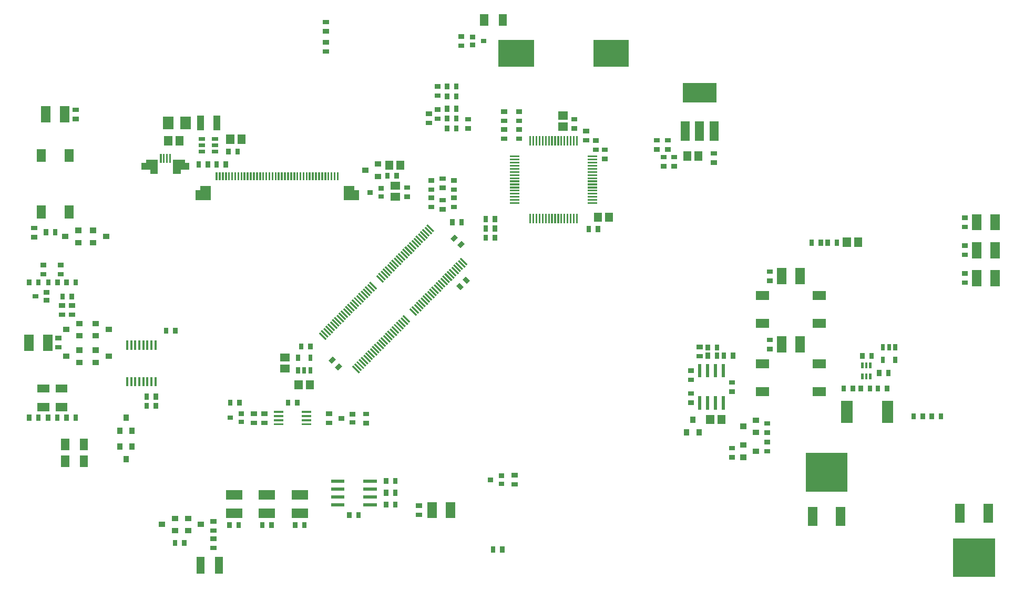
<source format=gbr>
G04 start of page 11 for group -4015 idx -4015 *
G04 Title: Power Board, toppaste *
G04 Creator: pcb 1.99z *
G04 CreationDate: Sun 28 Jul 2013 20:14:53 GMT UTC *
G04 For: rbarlow *
G04 Format: Gerber/RS-274X *
G04 PCB-Dimensions (mm): 166.00 100.00 *
G04 PCB-Coordinate-Origin: lower left *
%MOMM*%
%FSLAX43Y43*%
%LNTOPPASTE*%
%ADD267R,0.719X0.719*%
%ADD266R,0.700X0.700*%
%ADD265R,1.100X1.100*%
%ADD264R,0.500X0.500*%
%ADD263R,1.753X1.753*%
%ADD262R,0.381X0.381*%
%ADD261R,0.610X0.610*%
%ADD260R,1.800X1.800*%
%ADD259C,0.002*%
%ADD258R,1.400X1.400*%
%ADD257R,0.508X0.508*%
%ADD256R,4.300X4.300*%
%ADD255R,3.099X3.099*%
%ADD254R,1.422X1.422*%
%ADD253R,1.100X1.100*%
%ADD252R,6.230X6.230*%
%ADD251R,0.737X0.737*%
%ADD250R,1.524X1.524*%
%ADD249R,0.864X0.864*%
%ADD248R,1.600X1.600*%
%ADD247R,0.800X0.800*%
%ADD246R,0.300X0.300*%
%ADD245R,0.330X0.330*%
%ADD244R,0.280X0.280*%
%ADD243R,1.300X1.300*%
%ADD242R,0.719X0.719*%
G54D242*X52077Y89118D02*X52323D01*
X52077Y90600D02*X52323D01*
X123577Y41159D02*X123823D01*
X123577Y42641D02*X123823D01*
X26459Y44223D02*Y43977D01*
X27941Y44223D02*Y43977D01*
X92077Y78182D02*X92323D01*
X92077Y76700D02*X92323D01*
X10400Y30223D02*Y29977D01*
X11882Y30223D02*Y29977D01*
G54D243*X36800Y75100D02*Y74900D01*
X38600Y75100D02*Y74900D01*
G54D242*X40477Y30741D02*X40723D01*
X40477Y29259D02*X40723D01*
X108177Y72100D02*X108423D01*
X108177Y70618D02*X108423D01*
X6577Y53200D02*X6823D01*
X6577Y54682D02*X6823D01*
X151282Y30423D02*Y30177D01*
X149800Y30423D02*Y30177D01*
G54D244*X92620Y75342D02*Y74098D01*
X92120Y75342D02*Y74098D01*
X91620Y75342D02*Y74098D01*
X91120Y75342D02*Y74098D01*
X90620Y75342D02*Y74098D01*
X90120Y75342D02*Y74098D01*
X89620Y75342D02*Y74098D01*
X89120Y75342D02*Y74098D01*
X88620Y75342D02*Y74098D01*
X88120Y75342D02*Y74098D01*
X87620Y75342D02*Y74098D01*
X87120Y75342D02*Y74098D01*
X86620Y75342D02*Y74098D01*
X86120Y75342D02*Y74098D01*
X85620Y75342D02*Y74098D01*
X85120Y75342D02*Y74098D01*
X81978Y72200D02*X83222D01*
X81978Y71700D02*X83222D01*
X81978Y71200D02*X83222D01*
X81978Y70700D02*X83222D01*
X81978Y70200D02*X83222D01*
X81978Y69700D02*X83222D01*
X81978Y69200D02*X83222D01*
X81978Y68700D02*X83222D01*
X81978Y68200D02*X83222D01*
X81978Y67700D02*X83222D01*
X81978Y67200D02*X83222D01*
X81978Y66700D02*X83222D01*
X81978Y66200D02*X83222D01*
X81978Y65700D02*X83222D01*
X81978Y65200D02*X83222D01*
X81978Y64700D02*X83222D01*
X85120Y62802D02*Y61558D01*
X85620Y62802D02*Y61558D01*
X86120Y62802D02*Y61558D01*
X86620Y62802D02*Y61558D01*
X87120Y62802D02*Y61558D01*
X87620Y62802D02*Y61558D01*
X88120Y62802D02*Y61558D01*
X88620Y62802D02*Y61558D01*
X89120Y62802D02*Y61558D01*
X89620Y62802D02*Y61558D01*
X90120Y62802D02*Y61558D01*
X90620Y62802D02*Y61558D01*
X91120Y62802D02*Y61558D01*
X91620Y62802D02*Y61558D01*
X92120Y62802D02*Y61558D01*
X92620Y62802D02*Y61558D01*
X94518Y64701D02*X95762D01*
X94518Y65200D02*X95762D01*
X94518Y65700D02*X95762D01*
X94518Y66200D02*X95762D01*
X94518Y66700D02*X95762D01*
X94518Y67200D02*X95762D01*
X94518Y67700D02*X95762D01*
X94518Y68200D02*X95762D01*
X94518Y68700D02*X95762D01*
X94518Y69200D02*X95762D01*
X94518Y69700D02*X95762D01*
X94518Y70200D02*X95762D01*
X94518Y70700D02*X95762D01*
X94518Y71200D02*X95762D01*
X94518Y71700D02*X95762D01*
X94518Y72200D02*X95762D01*
G54D242*X58577Y30682D02*X58823D01*
X58577Y29200D02*X58823D01*
G54D245*X44015Y31000D02*X45185D01*
X44015Y30350D02*X45185D01*
X44015Y29701D02*X45185D01*
X44015Y29051D02*X45185D01*
X48515D02*X49685D01*
X48515Y29701D02*X49685D01*
X48515Y30350D02*X49685D01*
X48515Y31000D02*X49685D01*
G54D242*X113700Y40223D02*Y39977D01*
X115182Y40223D02*Y39977D01*
X9577Y48200D02*X9823D01*
X9577Y46718D02*X9823D01*
X70877Y63659D02*X71123D01*
X70877Y65141D02*X71123D01*
X71718Y82023D02*Y81777D01*
X73200Y82023D02*Y81777D01*
G54D246*X34600Y69475D02*Y68525D01*
X35100Y69475D02*Y68525D01*
X35600Y69475D02*Y68525D01*
X36100Y69475D02*Y68525D01*
X36600Y69475D02*Y68525D01*
X37100Y69475D02*Y68525D01*
X37600Y69475D02*Y68525D01*
X38100Y69475D02*Y68525D01*
X38600Y69475D02*Y68525D01*
X39100Y69475D02*Y68525D01*
X39600Y69475D02*Y68525D01*
X40100Y69475D02*Y68525D01*
X40600Y69475D02*Y68525D01*
X41100Y69475D02*Y68525D01*
X41600Y69475D02*Y68525D01*
X42100Y69475D02*Y68525D01*
X42600Y69475D02*Y68525D01*
X43100Y69475D02*Y68525D01*
X43600Y69475D02*Y68525D01*
X44100Y69475D02*Y68525D01*
X44600Y69475D02*Y68525D01*
X45100Y69475D02*Y68525D01*
X45600Y69475D02*Y68525D01*
X46100Y69475D02*Y68525D01*
X46600Y69475D02*Y68525D01*
X47100Y69475D02*Y68525D01*
X47600Y69475D02*Y68525D01*
X48100Y69475D02*Y68525D01*
X48600Y69475D02*Y68525D01*
X49100Y69475D02*Y68525D01*
X49600Y69475D02*Y68525D01*
X50100Y69475D02*Y68525D01*
X50600Y69475D02*Y68525D01*
X51100Y69475D02*Y68525D01*
X51600Y69475D02*Y68525D01*
X52100Y69475D02*Y68525D01*
X52600Y69475D02*Y68525D01*
X53100Y69475D02*Y68525D01*
X53600Y69475D02*Y68525D01*
X54100Y69475D02*Y68525D01*
G54D247*X32400Y67075D02*X33270D01*
G54D248*X32020Y65965D02*X32870D01*
G54D247*X55500Y67075D02*X56350D01*
G54D248*X55900Y65965D02*X56730D01*
G54D249*X60524Y69000D02*X60676D01*
X60524Y70981D02*X60676D01*
X58441Y69991D02*X58594D01*
G54D250*X159989Y62138D02*Y61062D01*
X157012Y62138D02*Y61062D01*
G54D243*X90300Y77000D02*X90500D01*
X90300Y78800D02*X90500D01*
G54D251*X75746Y91461D02*X75898D01*
X75746Y90165D02*X75898D01*
X77524Y90800D02*X77676D01*
G54D250*X130570Y14911D02*Y13399D01*
X135130Y14911D02*Y13399D01*
G54D252*X132595Y21300D02*X133105D01*
G54D242*X94518Y60623D02*Y60377D01*
X96000Y60623D02*Y60377D01*
X36659Y12923D02*Y12677D01*
X38141Y12923D02*Y12677D01*
X41959Y12923D02*Y12677D01*
X43441Y12923D02*Y12677D01*
X123177Y26182D02*X123423D01*
X123177Y24700D02*X123423D01*
X112277Y41482D02*X112523D01*
X112277Y40000D02*X112523D01*
X117477Y34318D02*X117723D01*
X117477Y35800D02*X117723D01*
G54D243*X26800Y74800D02*Y74600D01*
X28600Y74800D02*Y74600D01*
G54D242*X36800Y32623D02*Y32377D01*
X38282Y32623D02*Y32377D01*
X8600Y60123D02*Y59877D01*
X7118Y60123D02*Y59877D01*
X5077Y59200D02*X5323D01*
X5077Y60682D02*X5323D01*
G54D253*X34600Y78200D02*Y77000D01*
X32000Y78200D02*Y77000D01*
G54D242*X107177Y73318D02*X107423D01*
X107177Y74800D02*X107423D01*
X105377D02*X105623D01*
X105377Y73318D02*X105623D01*
X138350Y34923D02*Y34677D01*
X139832Y34923D02*Y34677D01*
X74977Y78182D02*X75223D01*
X74977Y76700D02*X75223D01*
X68677Y77600D02*X68923D01*
X68677Y79082D02*X68923D01*
X70077Y83500D02*X70323D01*
X70077Y82018D02*X70323D01*
G54D254*X110103Y77138D02*Y75462D01*
X112389Y77138D02*Y75462D01*
X114700Y77138D02*Y75462D01*
G54D255*X111246Y82498D02*X113532D01*
G54D243*X97800Y62500D02*Y62300D01*
X96000Y62500D02*Y62300D01*
G54D242*X123177Y29182D02*X123423D01*
X123177Y27700D02*X123423D01*
G54D249*X121424Y27719D02*X121576D01*
X121424Y29700D02*X121576D01*
X119341Y28710D02*X119494D01*
G54D256*X97450Y88800D02*X98850D01*
X82150D02*X83551D01*
G54D250*X72300Y15738D02*Y14662D01*
X69323Y15738D02*Y14662D01*
G54D242*X67077Y15941D02*X67323D01*
X67077Y14459D02*X67323D01*
X77959Y59223D02*Y58977D01*
X79441Y59223D02*Y58977D01*
G54D250*X47462Y17689D02*X48538D01*
X47462Y14712D02*X48538D01*
G54D242*X47259Y12923D02*Y12677D01*
X48741Y12923D02*Y12677D01*
G54D257*X112400Y33319D02*Y31668D01*
X113670Y33319D02*Y31668D01*
X114940Y33319D02*Y31668D01*
X116210Y33319D02*Y31668D01*
Y38526D02*Y36875D01*
X114940Y38526D02*Y36875D01*
X113670Y38526D02*Y36875D01*
X112400Y38526D02*Y36875D01*
G54D258*X122200Y45300D02*X122900D01*
X122200Y49800D02*X122900D01*
X131300Y45300D02*X132000D01*
X131300Y49800D02*X132000D01*
G54D242*X33200Y71023D02*Y70777D01*
X31718Y71023D02*Y70777D01*
X110877Y32500D02*X111123D01*
X110877Y33982D02*X111123D01*
G54D259*G36*
X59376Y52037D02*X60437Y50976D01*
X60224Y50764D01*
X59164Y51824D01*
X59376Y52037D01*
G37*
G36*
X59023Y51683D02*X60083Y50623D01*
X59871Y50410D01*
X58810Y51471D01*
X59023Y51683D01*
G37*
G36*
X58669Y51329D02*X59729Y50269D01*
X59517Y50057D01*
X58457Y51117D01*
X58669Y51329D01*
G37*
G36*
X58315Y50976D02*X59376Y49915D01*
X59164Y49703D01*
X58103Y50764D01*
X58315Y50976D01*
G37*
G36*
X57962Y50622D02*X59022Y49562D01*
X58810Y49350D01*
X57750Y50410D01*
X57962Y50622D01*
G37*
G36*
X57608Y50269D02*X58669Y49208D01*
X58457Y48996D01*
X57396Y50057D01*
X57608Y50269D01*
G37*
G36*
X57255Y49915D02*X58315Y48855D01*
X58103Y48643D01*
X57043Y49703D01*
X57255Y49915D01*
G37*
G36*
X56901Y49562D02*X57962Y48501D01*
X57750Y48289D01*
X56689Y49350D01*
X56901Y49562D01*
G37*
G36*
X56548Y49208D02*X57608Y48148D01*
X57396Y47935D01*
X56335Y48996D01*
X56548Y49208D01*
G37*
G36*
X56194Y48855D02*X57255Y47794D01*
X57043Y47582D01*
X55982Y48643D01*
X56194Y48855D01*
G37*
G36*
X55840Y48501D02*X56901Y47440D01*
X56689Y47228D01*
X55628Y48289D01*
X55840Y48501D01*
G37*
G36*
X55487Y48148D02*X56548Y47087D01*
X56335Y46875D01*
X55275Y47935D01*
X55487Y48148D01*
G37*
G36*
X55134Y47794D02*X56194Y46734D01*
X55982Y46521D01*
X54921Y47582D01*
X55134Y47794D01*
G37*
G36*
X54780Y47441D02*X55841Y46380D01*
X55629Y46168D01*
X54568Y47229D01*
X54780Y47441D01*
G37*
G36*
X54426Y47087D02*X55487Y46026D01*
X55275Y45814D01*
X54214Y46875D01*
X54426Y47087D01*
G37*
G36*
X54073Y46734D02*X55134Y45673D01*
X54921Y45461D01*
X53861Y46521D01*
X54073Y46734D01*
G37*
G36*
X53719Y46380D02*X54780Y45319D01*
X54568Y45107D01*
X53507Y46168D01*
X53719Y46380D01*
G37*
G36*
X53366Y46026D02*X54426Y44966D01*
X54214Y44754D01*
X53154Y45814D01*
X53366Y46026D01*
G37*
G36*
X53012Y45673D02*X54073Y44612D01*
X53861Y44400D01*
X52800Y45461D01*
X53012Y45673D01*
G37*
G36*
X52659Y45319D02*X53719Y44259D01*
X53507Y44047D01*
X52447Y45107D01*
X52659Y45319D01*
G37*
G36*
X52305Y44966D02*X53366Y43905D01*
X53154Y43693D01*
X52093Y44754D01*
X52305Y44966D01*
G37*
G36*
X51952Y44612D02*X53012Y43552D01*
X52800Y43340D01*
X51740Y44400D01*
X51952Y44612D01*
G37*
G36*
X51598Y44259D02*X52659Y43198D01*
X52446Y42986D01*
X51386Y44046D01*
X51598Y44259D01*
G37*
G36*
X51245Y43905D02*X52305Y42845D01*
X52093Y42632D01*
X51032Y43693D01*
X51245Y43905D01*
G37*
G36*
X56618Y38531D02*X57679Y37471D01*
X57467Y37259D01*
X56406Y38319D01*
X56618Y38531D01*
G37*
G36*
X56972Y38885D02*X58032Y37824D01*
X57820Y37612D01*
X56760Y38673D01*
X56972Y38885D01*
G37*
G36*
X57325Y39239D02*X58386Y38178D01*
X58174Y37966D01*
X57113Y39026D01*
X57325Y39239D01*
G37*
G36*
X57679Y39592D02*X58739Y38531D01*
X58527Y38319D01*
X57467Y39380D01*
X57679Y39592D01*
G37*
G36*
X58032Y39945D02*X59093Y38885D01*
X58881Y38673D01*
X57820Y39733D01*
X58032Y39945D01*
G37*
G36*
X58386Y40299D02*X59446Y39239D01*
X59234Y39026D01*
X58174Y40087D01*
X58386Y40299D01*
G37*
G36*
X58740Y40653D02*X59800Y39592D01*
X59588Y39380D01*
X58527Y40440D01*
X58740Y40653D01*
G37*
G36*
X59093Y41006D02*X60154Y39946D01*
X59941Y39734D01*
X58881Y40794D01*
X59093Y41006D01*
G37*
G36*
X59447Y41360D02*X60507Y40299D01*
X60295Y40087D01*
X59235Y41148D01*
X59447Y41360D01*
G37*
G36*
X59800Y41713D02*X60861Y40653D01*
X60649Y40440D01*
X59588Y41501D01*
X59800Y41713D01*
G37*
G36*
X60154Y42067D02*X61214Y41006D01*
X61002Y40794D01*
X59942Y41855D01*
X60154Y42067D01*
G37*
G36*
X60507Y42420D02*X61568Y41360D01*
X61356Y41148D01*
X60295Y42208D01*
X60507Y42420D01*
G37*
G36*
X60861Y42774D02*X61921Y41713D01*
X61709Y41501D01*
X60649Y42562D01*
X60861Y42774D01*
G37*
G36*
X61214Y43127D02*X62275Y42067D01*
X62063Y41854D01*
X61002Y42915D01*
X61214Y43127D01*
G37*
G36*
X61568Y43481D02*X62628Y42420D01*
X62416Y42208D01*
X61356Y43269D01*
X61568Y43481D01*
G37*
G36*
X61921Y43834D02*X62982Y42774D01*
X62770Y42562D01*
X61709Y43622D01*
X61921Y43834D01*
G37*
G36*
X62275Y44188D02*X63335Y43128D01*
X63123Y42915D01*
X62063Y43976D01*
X62275Y44188D01*
G37*
G36*
X62628Y44542D02*X63689Y43481D01*
X63477Y43269D01*
X62416Y44329D01*
X62628Y44542D01*
G37*
G36*
X62982Y44895D02*X64043Y43835D01*
X63830Y43623D01*
X62770Y44683D01*
X62982Y44895D01*
G37*
G36*
X63335Y45249D02*X64396Y44188D01*
X64184Y43976D01*
X63123Y45037D01*
X63335Y45249D01*
G37*
G36*
X63689Y45602D02*X64750Y44541D01*
X64538Y44329D01*
X63477Y45390D01*
X63689Y45602D01*
G37*
G36*
X64043Y45956D02*X65103Y44895D01*
X64891Y44683D01*
X63830Y45743D01*
X64043Y45956D01*
G37*
G36*
X64396Y46309D02*X65457Y45249D01*
X65245Y45037D01*
X64184Y46097D01*
X64396Y46309D01*
G37*
G36*
X64750Y46663D02*X65810Y45602D01*
X65598Y45390D01*
X64538Y46451D01*
X64750Y46663D01*
G37*
G54D242*X114577Y71218D02*X114823D01*
X114577Y72700D02*X114823D01*
X110877Y36218D02*X111123D01*
X110877Y37700D02*X111123D01*
X65177Y65700D02*X65423D01*
X65177Y67182D02*X65423D01*
X77959Y60723D02*Y60477D01*
X79441Y60723D02*Y60477D01*
Y62223D02*Y61977D01*
X77959Y62223D02*Y61977D01*
X71718Y78423D02*Y78177D01*
X73200Y78423D02*Y78177D01*
G54D260*X142650Y31950D02*Y30150D01*
X136100Y31950D02*Y30150D01*
G54D242*X37982Y73123D02*Y72877D01*
X36500Y73123D02*Y72877D01*
X140082Y40173D02*Y39927D01*
X138600Y40173D02*Y39927D01*
G54D250*X159989Y53138D02*Y52062D01*
X157012Y53138D02*Y52062D01*
X36862Y17689D02*X37938D01*
X36862Y14712D02*X37938D01*
G54D258*X6350Y72700D02*Y72000D01*
X10850Y72700D02*Y72000D01*
X6350Y63600D02*Y62900D01*
X10850Y63600D02*Y62900D01*
G54D250*X158880Y15451D02*Y13939D01*
X154320Y15451D02*Y13939D01*
G54D252*X156345Y7550D02*X156855D01*
G54D242*X146859Y30423D02*Y30177D01*
X148341Y30423D02*Y30177D01*
G54D249*X119324Y25700D02*X119476D01*
X119324Y23719D02*X119476D01*
X121407Y24710D02*X121559D01*
G54D250*X42162Y17689D02*X43238D01*
X42162Y14712D02*X43238D01*
G54D261*X49690Y39986D02*Y39580D01*
X47709Y39986D02*Y39580D01*
Y37903D02*Y37497D01*
X48700Y37903D02*Y37497D01*
X49690Y37903D02*Y37497D01*
G54D242*X48218Y41723D02*Y41477D01*
X49700Y41723D02*Y41477D01*
G54D243*X47800Y35500D02*Y35300D01*
X49600Y35500D02*Y35300D01*
X45500Y39800D02*X45700D01*
X45500Y38000D02*X45700D01*
G54D259*G36*
X73352Y57966D02*X74035Y58648D01*
X74543Y58139D01*
X73861Y57457D01*
X73352Y57966D01*
G37*
G36*
X72305Y59013D02*X72987Y59696D01*
X73495Y59187D01*
X72813Y58505D01*
X72305Y59013D01*
G37*
G36*
X73689Y51872D02*X74372Y51189D01*
X73863Y50681D01*
X73181Y51363D01*
X73689Y51872D01*
G37*
G36*
X74737Y52920D02*X75419Y52237D01*
X74911Y51729D01*
X74228Y52411D01*
X74737Y52920D01*
G37*
G54D243*X62400Y70900D02*Y70700D01*
X64200Y70900D02*Y70700D01*
X63300Y65700D02*X63500D01*
X63300Y67500D02*X63500D01*
G54D242*X46118Y32623D02*Y32377D01*
X47600Y32623D02*Y32377D01*
X62100Y69223D02*Y68977D01*
X63582Y69223D02*Y68977D01*
G54D251*X61002Y65740D02*X61154D01*
X61002Y67035D02*X61154D01*
X59224Y66400D02*X59376D01*
G54D259*G36*
X53652Y38266D02*X54335Y38948D01*
X54843Y38439D01*
X54161Y37757D01*
X53652Y38266D01*
G37*
G36*
X52605Y39313D02*X53287Y39996D01*
X53796Y39487D01*
X53113Y38805D01*
X52605Y39313D01*
G37*
G54D242*X141318Y37423D02*Y37177D01*
X142800Y37423D02*Y37177D01*
X117477Y25182D02*X117723D01*
X117477Y23700D02*X117723D01*
X154977Y51859D02*X155223D01*
X154977Y53341D02*X155223D01*
X34600Y71023D02*Y70777D01*
X36082Y71023D02*Y70777D01*
G54D262*X139896Y38804D02*Y38296D01*
X139235Y38804D02*Y38296D01*
X138600Y38804D02*Y38296D01*
Y37026D02*Y36518D01*
X139235Y37026D02*Y36518D01*
X139896Y37026D02*Y36518D01*
G54D242*X137091Y34923D02*Y34677D01*
X135609Y34923D02*Y34677D01*
G54D243*X112200Y72400D02*Y72200D01*
X110400Y72400D02*Y72200D01*
G54D259*G36*
X68607Y61268D02*X69668Y60207D01*
X69456Y59995D01*
X68395Y61056D01*
X68607Y61268D01*
G37*
G36*
X68254Y60915D02*X69315Y59854D01*
X69102Y59642D01*
X68042Y60702D01*
X68254Y60915D01*
G37*
G36*
X67900Y60561D02*X68961Y59500D01*
X68749Y59288D01*
X67688Y60349D01*
X67900Y60561D01*
G37*
G36*
X67547Y60207D02*X68607Y59147D01*
X68395Y58935D01*
X67335Y59995D01*
X67547Y60207D01*
G37*
G36*
X67193Y59854D02*X68254Y58793D01*
X68041Y58581D01*
X66981Y59642D01*
X67193Y59854D01*
G37*
G36*
X66840Y59500D02*X67900Y58440D01*
X67688Y58228D01*
X66627Y59288D01*
X66840Y59500D01*
G37*
G36*
X66486Y59147D02*X67547Y58086D01*
X67335Y57874D01*
X66274Y58935D01*
X66486Y59147D01*
G37*
G36*
X66133Y58793D02*X67193Y57733D01*
X66981Y57521D01*
X65921Y58581D01*
X66133Y58793D01*
G37*
G36*
X65779Y58440D02*X66840Y57379D01*
X66628Y57167D01*
X65567Y58227D01*
X65779Y58440D01*
G37*
G36*
X65426Y58086D02*X66486Y57026D01*
X66274Y56813D01*
X65213Y57874D01*
X65426Y58086D01*
G37*
G36*
X65072Y57732D02*X66132Y56672D01*
X65920Y56460D01*
X64860Y57520D01*
X65072Y57732D01*
G37*
G36*
X64718Y57379D02*X65779Y56318D01*
X65567Y56106D01*
X64506Y57167D01*
X64718Y57379D01*
G37*
G36*
X64365Y57026D02*X65426Y55965D01*
X65213Y55753D01*
X64153Y56813D01*
X64365Y57026D01*
G37*
G36*
X64012Y56672D02*X65072Y55612D01*
X64860Y55399D01*
X63799Y56460D01*
X64012Y56672D01*
G37*
G36*
X63658Y56318D02*X64718Y55258D01*
X64506Y55046D01*
X63446Y56106D01*
X63658Y56318D01*
G37*
G36*
X63304Y55965D02*X64365Y54904D01*
X64153Y54692D01*
X63092Y55753D01*
X63304Y55965D01*
G37*
G36*
X62951Y55611D02*X64011Y54551D01*
X63799Y54339D01*
X62738Y55399D01*
X62951Y55611D01*
G37*
G36*
X62597Y55258D02*X63658Y54197D01*
X63446Y53985D01*
X62385Y55046D01*
X62597Y55258D01*
G37*
G36*
X62244Y54904D02*X63304Y53844D01*
X63092Y53632D01*
X62032Y54692D01*
X62244Y54904D01*
G37*
G36*
X61890Y54551D02*X62951Y53490D01*
X62738Y53278D01*
X61678Y54339D01*
X61890Y54551D01*
G37*
G36*
X61537Y54197D02*X62597Y53137D01*
X62385Y52924D01*
X61324Y53985D01*
X61537Y54197D01*
G37*
G36*
X61183Y53844D02*X62244Y52783D01*
X62032Y52571D01*
X60971Y53632D01*
X61183Y53844D01*
G37*
G36*
X60829Y53490D02*X61890Y52429D01*
X61678Y52217D01*
X60617Y53278D01*
X60829Y53490D01*
G37*
G36*
X60476Y53137D02*X61537Y52076D01*
X61324Y51864D01*
X60264Y52924D01*
X60476Y53137D01*
G37*
G36*
X65850Y47763D02*X66910Y46702D01*
X66698Y46490D01*
X65638Y47551D01*
X65850Y47763D01*
G37*
G36*
X66203Y48116D02*X67264Y47056D01*
X67052Y46843D01*
X65991Y47904D01*
X66203Y48116D01*
G37*
G36*
X66557Y48470D02*X67617Y47409D01*
X67405Y47197D01*
X66345Y48258D01*
X66557Y48470D01*
G37*
G36*
X66910Y48823D02*X67971Y47763D01*
X67759Y47551D01*
X66698Y48611D01*
X66910Y48823D01*
G37*
G36*
X67264Y49177D02*X68324Y48116D01*
X68112Y47904D01*
X67052Y48965D01*
X67264Y49177D01*
G37*
G36*
X67617Y49531D02*X68678Y48470D01*
X68466Y48258D01*
X67405Y49318D01*
X67617Y49531D01*
G37*
G36*
X67971Y49884D02*X69032Y48823D01*
X68819Y48611D01*
X67759Y49672D01*
X67971Y49884D01*
G37*
G36*
X68324Y50237D02*X69385Y49177D01*
X69173Y48965D01*
X68112Y50025D01*
X68324Y50237D01*
G37*
G36*
X68678Y50591D02*X69739Y49531D01*
X69527Y49318D01*
X68466Y50379D01*
X68678Y50591D01*
G37*
G36*
X69032Y50945D02*X70092Y49884D01*
X69880Y49672D01*
X68819Y50732D01*
X69032Y50945D01*
G37*
G36*
X69385Y51298D02*X70446Y50238D01*
X70234Y50026D01*
X69173Y51086D01*
X69385Y51298D01*
G37*
G36*
X69739Y51652D02*X70799Y50591D01*
X70587Y50379D01*
X69527Y51440D01*
X69739Y51652D01*
G37*
G36*
X70092Y52005D02*X71153Y50945D01*
X70941Y50732D01*
X69880Y51793D01*
X70092Y52005D01*
G37*
G36*
X70446Y52359D02*X71506Y51298D01*
X71294Y51086D01*
X70234Y52146D01*
X70446Y52359D01*
G37*
G36*
X70799Y52712D02*X71860Y51652D01*
X71648Y51440D01*
X70587Y52500D01*
X70799Y52712D01*
G37*
G36*
X71153Y53066D02*X72213Y52005D01*
X72001Y51793D01*
X70941Y52854D01*
X71153Y53066D01*
G37*
G36*
X71506Y53420D02*X72567Y52359D01*
X72355Y52147D01*
X71294Y53207D01*
X71506Y53420D01*
G37*
G36*
X71860Y53773D02*X72920Y52712D01*
X72708Y52500D01*
X71648Y53561D01*
X71860Y53773D01*
G37*
G36*
X72213Y54126D02*X73274Y53066D01*
X73062Y52854D01*
X72001Y53914D01*
X72213Y54126D01*
G37*
G36*
X72567Y54480D02*X73628Y53420D01*
X73415Y53207D01*
X72355Y54268D01*
X72567Y54480D01*
G37*
G36*
X72921Y54834D02*X73981Y53773D01*
X73769Y53561D01*
X72708Y54621D01*
X72921Y54834D01*
G37*
G36*
X73274Y55187D02*X74335Y54126D01*
X74123Y53914D01*
X73062Y54975D01*
X73274Y55187D01*
G37*
G36*
X73628Y55541D02*X74688Y54480D01*
X74476Y54268D01*
X73416Y55329D01*
X73628Y55541D01*
G37*
G36*
X73981Y55894D02*X75042Y54834D01*
X74830Y54621D01*
X73769Y55682D01*
X73981Y55894D01*
G37*
G54D242*X141109Y34923D02*Y34677D01*
X142591Y34923D02*Y34677D01*
X117782Y40223D02*Y39977D01*
X116300Y40223D02*Y39977D01*
G54D258*X122200Y34300D02*X122900D01*
X122200Y38800D02*X122900D01*
X131300Y34300D02*X132000D01*
X131300Y38800D02*X132000D01*
G54D242*X113700Y41523D02*Y41277D01*
X115182Y41523D02*Y41277D01*
G54D243*X115900Y29900D02*Y29700D01*
X114100Y29900D02*Y29700D01*
G54D242*X10400Y52023D02*Y51777D01*
X11882Y52023D02*Y51777D01*
X5882Y52023D02*Y51777D01*
X4400Y52023D02*Y51777D01*
X11177Y48200D02*X11423D01*
X11177Y46718D02*X11423D01*
G54D250*X159989Y57638D02*Y56562D01*
X157012Y57638D02*Y56562D01*
G54D245*X24750Y42385D02*Y41215D01*
X24100Y42385D02*Y41215D01*
X23450Y42385D02*Y41215D01*
X22800Y42385D02*Y41215D01*
X22150Y42385D02*Y41215D01*
X21500Y42385D02*Y41215D01*
X20850Y42385D02*Y41215D01*
X20200Y42385D02*Y41215D01*
Y36485D02*Y35315D01*
X20850Y36485D02*Y35315D01*
X21500Y36485D02*Y35315D01*
X22150Y36485D02*Y35315D01*
X22800Y36485D02*Y35315D01*
X23450Y36485D02*Y35315D01*
X24100Y36485D02*Y35315D01*
X24750Y36485D02*Y35315D01*
G54D242*X70877Y68641D02*X71123D01*
X70877Y67159D02*X71123D01*
G54D249*X15041Y45291D02*X15194D01*
X15041Y43310D02*X15194D01*
X17124Y44300D02*X17276D01*
X12407Y43310D02*X12559D01*
X12407Y45291D02*X12559D01*
X10324Y44300D02*X10476D01*
G54D242*X106477Y70618D02*X106723D01*
X106477Y72100D02*X106723D01*
G54D250*X7377Y42738D02*Y41662D01*
X4400Y42738D02*Y41662D01*
G54D242*X69077Y68341D02*X69323D01*
X69077Y66859D02*X69323D01*
X72677Y68341D02*X72923D01*
X72677Y66859D02*X72923D01*
G54D249*X110309Y27794D02*Y27641D01*
X112291Y27794D02*Y27641D01*
X111300Y29876D02*Y29724D01*
G54D242*X82477Y20841D02*X82723D01*
X82477Y19359D02*X82723D01*
G54D251*X80402Y19440D02*X80554D01*
X80402Y20735D02*X80554D01*
X78624Y20100D02*X78776D01*
G54D242*X72677Y65541D02*X72923D01*
X72677Y64059D02*X72923D01*
X93977Y76282D02*X94223D01*
X93977Y74800D02*X94223D01*
X95577Y74782D02*X95823D01*
X95577Y73300D02*X95823D01*
X52577Y29259D02*X52823D01*
X52577Y30741D02*X52823D01*
G54D251*X56402Y29340D02*X56554D01*
X56402Y30635D02*X56554D01*
X54624Y30000D02*X54776D01*
G54D242*X8977Y41459D02*X9223D01*
X8977Y42941D02*X9223D01*
X71718Y83623D02*Y83377D01*
X73200Y83623D02*Y83377D01*
X23318Y32123D02*Y31877D01*
X24800Y32123D02*Y31877D01*
X23318Y33623D02*Y33377D01*
X24800Y33623D02*Y33377D01*
G54D243*X9300Y34800D02*X9900D01*
X9300Y31800D02*X9900D01*
X6400Y34800D02*X7000D01*
X6400Y31800D02*X7000D01*
G54D242*X11282Y49723D02*Y49477D01*
X9800Y49723D02*Y49477D01*
G54D249*X14641Y60291D02*X14793D01*
X14641Y58310D02*X14793D01*
X16724Y59300D02*X16876D01*
G54D242*X8982Y52023D02*Y51777D01*
X7500Y52023D02*Y51777D01*
X5900Y30223D02*Y29977D01*
X4418Y30223D02*Y29977D01*
X71718Y80023D02*Y79777D01*
X73200Y80023D02*Y79777D01*
X8941Y30223D02*Y29977D01*
X7459Y30223D02*Y29977D01*
X42177Y30741D02*X42423D01*
X42177Y29259D02*X42423D01*
G54D263*X26806Y77752D02*Y77448D01*
X29600Y77752D02*Y77448D01*
G54D251*X7124Y49005D02*X7276D01*
X7124Y50300D02*X7276D01*
X5346Y49665D02*X5498D01*
G54D249*X19009Y28094D02*Y27941D01*
X20991Y28094D02*Y27941D01*
X20000Y30176D02*Y30024D01*
G54D242*X9377Y53200D02*X9623D01*
X9377Y54682D02*X9623D01*
G54D249*X20991Y25559D02*Y25407D01*
X19009Y25559D02*Y25407D01*
X20000Y23476D02*Y23324D01*
X12407Y39010D02*X12559D01*
X12407Y40991D02*X12559D01*
X10324Y40000D02*X10476D01*
X15041Y40991D02*X15194D01*
X15041Y39010D02*X15194D01*
X17124Y40000D02*X17276D01*
G54D242*X70077Y78300D02*X70323D01*
X70077Y79782D02*X70323D01*
X154977Y56359D02*X155223D01*
X154977Y57841D02*X155223D01*
G54D243*X13200Y26100D02*Y25500D01*
X10200Y26100D02*Y25500D01*
G54D249*X12207Y58310D02*X12359D01*
X12207Y60291D02*X12359D01*
X10124Y59300D02*X10276D01*
G54D242*X52077Y92359D02*X52323D01*
X52077Y93841D02*X52323D01*
X80777Y75059D02*X81023D01*
X80777Y76541D02*X81023D01*
G54D250*X7111Y79538D02*Y78462D01*
X10088Y79538D02*Y78462D01*
X128589Y42438D02*Y41362D01*
X125612Y42438D02*Y41362D01*
G54D242*X73877Y90059D02*X74123D01*
X73877Y91541D02*X74123D01*
X63382Y18123D02*Y17877D01*
X61900Y18123D02*Y17877D01*
X63382Y20023D02*Y19777D01*
X61900Y20023D02*Y19777D01*
G54D257*X53268Y19900D02*X54919D01*
X53268Y18630D02*X54919D01*
X53268Y17360D02*X54919D01*
X53268Y16090D02*X54919D01*
X58475D02*X60126D01*
X58475Y17360D02*X60126D01*
X58475Y18630D02*X60126D01*
X58475Y19900D02*X60126D01*
G54D242*X154977Y60859D02*X155223D01*
X154977Y62341D02*X155223D01*
X83177Y77959D02*X83423D01*
X83177Y79441D02*X83423D01*
X11777Y78259D02*X12023D01*
X11777Y79741D02*X12023D01*
X83177Y75059D02*X83423D01*
X83177Y76541D02*X83423D01*
X55959Y14523D02*Y14277D01*
X57441Y14523D02*Y14277D01*
G54D251*X38502Y29440D02*X38654D01*
X38502Y30735D02*X38654D01*
X36724Y30100D02*X36876D01*
G54D242*X123577Y52159D02*X123823D01*
X123577Y53641D02*X123823D01*
X73182Y76823D02*Y76577D01*
X71700Y76823D02*Y76577D01*
X74041Y61723D02*Y61477D01*
X72559Y61723D02*Y61477D01*
X80777Y77959D02*X81023D01*
X80777Y79441D02*X81023D01*
X63382Y16223D02*Y15977D01*
X61900Y16223D02*Y15977D01*
X96977Y71818D02*X97223D01*
X96977Y73300D02*X97223D01*
X69077Y64059D02*X69323D01*
X69077Y65541D02*X69323D01*
G54D250*X128577Y53438D02*Y52362D01*
X125600Y53438D02*Y52362D01*
G54D243*X80700Y94500D02*Y93900D01*
X77700Y94500D02*Y93900D01*
G54D249*X27824Y11900D02*X27976D01*
X27824Y13881D02*X27976D01*
X25741Y12891D02*X25894D01*
X29924Y13881D02*X30076D01*
X29924Y11900D02*X30076D01*
X32007Y12891D02*X32159D01*
G54D242*X33977Y10600D02*X34223D01*
X33977Y9118D02*X34223D01*
X33977Y13382D02*X34223D01*
X33977Y11900D02*X34223D01*
X27900Y10023D02*Y9777D01*
X29382Y10023D02*Y9777D01*
G54D246*X25600Y72430D02*Y71300D01*
X26100Y72430D02*Y71300D01*
X26600Y72430D02*Y71300D01*
X27100Y72430D02*Y71300D01*
G54D264*X23460Y71400D02*X24900D01*
G54D265*X23050Y70600D02*X24600D01*
G54D266*X24250Y69710D02*X24800D01*
G54D264*X27800Y71400D02*X29250D01*
G54D265*X28100Y70600D02*X29650D01*
G54D266*X27900Y69710D02*X28450D01*
G54D243*X13200Y23400D02*Y22800D01*
X10200Y23400D02*Y22800D01*
X32000Y7000D02*Y5600D01*
X35000Y7000D02*Y5600D01*
G54D261*X34097Y73019D02*X34503D01*
X34097Y74010D02*X34503D01*
X34097Y75000D02*X34503D01*
X32014D02*X32421D01*
X32014Y74010D02*X32421D01*
X32014Y73019D02*X32421D01*
X141908Y39610D02*Y39203D01*
X143890Y39610D02*Y39203D01*
Y41692D02*Y41286D01*
X142899Y41692D02*Y41286D01*
X141908Y41692D02*Y41286D01*
G54D243*X137911Y58483D02*Y58283D01*
X136111Y58483D02*Y58283D01*
G54D242*X133020Y58416D02*Y58170D01*
X134502Y58416D02*Y58170D01*
X130427Y58423D02*Y58177D01*
X131909Y58423D02*Y58177D01*
G54D267*X79109Y8973D02*Y8727D01*
X80591Y8973D02*Y8727D01*
M02*

</source>
